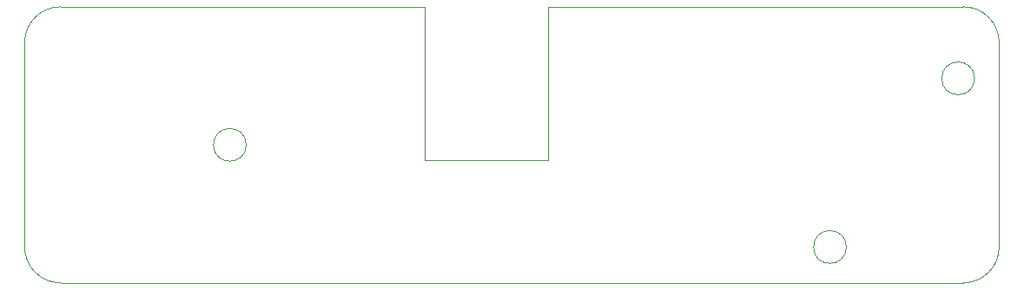
<source format=gbr>
%TF.GenerationSoftware,KiCad,Pcbnew,9.0.1*%
%TF.CreationDate,2025-07-14T13:59:50-05:00*%
%TF.ProjectId,Cardbot Controller,43617264-626f-4742-9043-6f6e74726f6c,rev?*%
%TF.SameCoordinates,Original*%
%TF.FileFunction,Profile,NP*%
%FSLAX46Y46*%
G04 Gerber Fmt 4.6, Leading zero omitted, Abs format (unit mm)*
G04 Created by KiCad (PCBNEW 9.0.1) date 2025-07-14 13:59:50*
%MOMM*%
%LPD*%
G01*
G04 APERTURE LIST*
%TA.AperFunction,Profile*%
%ADD10C,0.050000*%
%TD*%
G04 APERTURE END LIST*
D10*
X134000000Y-53000000D02*
X98500000Y-53000000D01*
X146000000Y-53000000D02*
X186500000Y-53000000D01*
X190000000Y-76500000D02*
G75*
G02*
X186500000Y-80000000I-3500000J0D01*
G01*
X95000000Y-56500000D02*
X95000000Y-76500000D01*
X190000000Y-76500000D02*
X190000000Y-56500000D01*
X175100000Y-76500000D02*
G75*
G02*
X171900000Y-76500000I-1600000J0D01*
G01*
X171900000Y-76500000D02*
G75*
G02*
X175100000Y-76500000I1600000J0D01*
G01*
X187600000Y-60000000D02*
G75*
G02*
X184400000Y-60000000I-1600000J0D01*
G01*
X184400000Y-60000000D02*
G75*
G02*
X187600000Y-60000000I1600000J0D01*
G01*
X186500000Y-53000000D02*
G75*
G02*
X190000000Y-56500000I0J-3500000D01*
G01*
X95000000Y-56500000D02*
G75*
G02*
X98500000Y-53000000I3500000J0D01*
G01*
X98500000Y-80000000D02*
G75*
G02*
X95000000Y-76500000I0J3500000D01*
G01*
X116600000Y-66500000D02*
G75*
G02*
X113400000Y-66500000I-1600000J0D01*
G01*
X113400000Y-66500000D02*
G75*
G02*
X116600000Y-66500000I1600000J0D01*
G01*
X98500000Y-80000000D02*
X186500000Y-80000000D01*
%TO.C,U1*%
X134000000Y-53000000D02*
X134000000Y-68000000D01*
X134000000Y-68000000D02*
X146000000Y-68000000D01*
X146000000Y-68000000D02*
X146000000Y-53000000D01*
%TD*%
M02*

</source>
